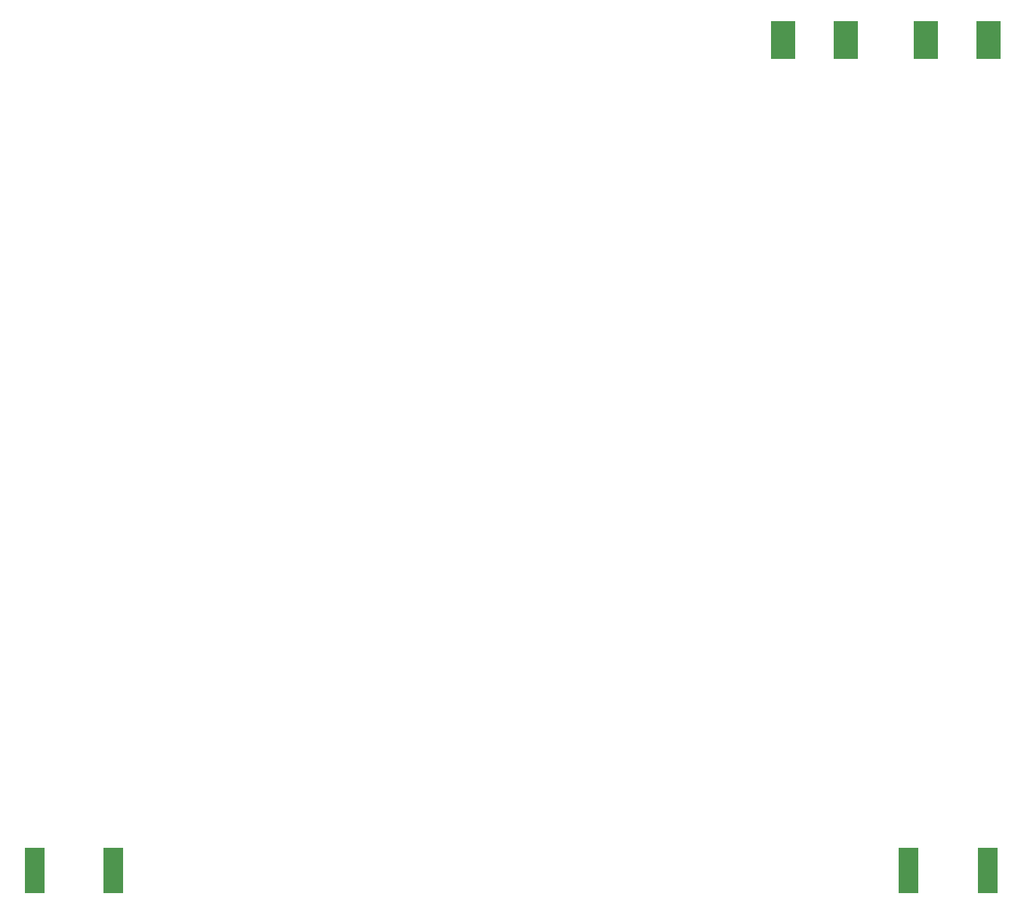
<source format=gbr>
G04 EAGLE Gerber RS-274X export*
G75*
%MOMM*%
%FSLAX34Y34*%
%LPD*%
%INSolderpaste Bottom*%
%IPPOS*%
%AMOC8*
5,1,8,0,0,1.08239X$1,22.5*%
G01*
%ADD10R,2.667000X4.191000*%
%ADD11R,2.286000X5.080000*%


D10*
X984946Y937846D03*
X915054Y937846D03*
X1144946Y937846D03*
X1075054Y937846D03*
D11*
X75804Y6654D03*
X164196Y6654D03*
X1055804Y6654D03*
X1144196Y6654D03*
M02*

</source>
